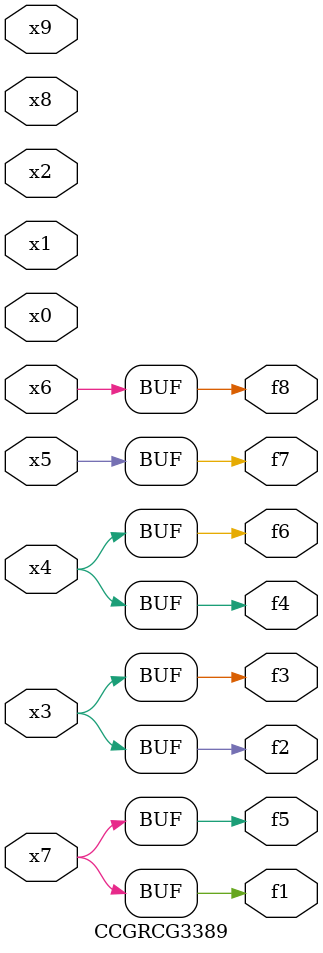
<source format=v>
module CCGRCG3389(
	input x0, x1, x2, x3, x4, x5, x6, x7, x8, x9,
	output f1, f2, f3, f4, f5, f6, f7, f8
);
	assign f1 = x7;
	assign f2 = x3;
	assign f3 = x3;
	assign f4 = x4;
	assign f5 = x7;
	assign f6 = x4;
	assign f7 = x5;
	assign f8 = x6;
endmodule

</source>
